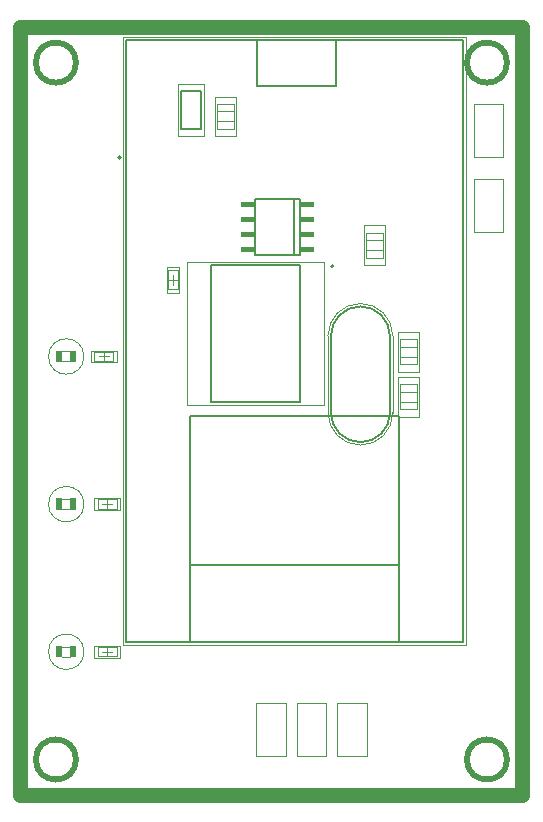
<source format=gko>
G04*
G04 #@! TF.GenerationSoftware,Altium Limited,Altium Designer,21.0.9 (235)*
G04*
G04 Layer_Color=16711935*
%FSLAX25Y25*%
%MOIN*%
G70*
G04*
G04 #@! TF.SameCoordinates,A9A079C1-7CC1-46CE-92A7-F05A66FF1BB4*
G04*
G04*
G04 #@! TF.FilePolarity,Positive*
G04*
G01*
G75*
%ADD10C,0.00787*%
%ADD12C,0.00500*%
%ADD13C,0.00050*%
%ADD14C,0.00000*%
%ADD15C,0.00394*%
%ADD16C,0.00800*%
%ADD17C,0.00400*%
%ADD18C,0.00197*%
%ADD19C,0.00201*%
%ADD55C,0.01968*%
%ADD56C,0.05000*%
G36*
X97966Y-60062D02*
X93635D01*
Y-58132D01*
X97966D01*
Y-60062D01*
D02*
G37*
G36*
X77887D02*
X73556D01*
Y-58132D01*
X77887D01*
Y-60062D01*
D02*
G37*
G36*
X97966Y-65062D02*
X93635D01*
Y-63132D01*
X97966D01*
Y-65062D01*
D02*
G37*
G36*
X77887D02*
X73556D01*
Y-63132D01*
X77887D01*
Y-65062D01*
D02*
G37*
G36*
X97966Y-70062D02*
X93635D01*
Y-68132D01*
X97966D01*
Y-70062D01*
D02*
G37*
G36*
X77887D02*
X73556D01*
Y-68132D01*
X77887D01*
Y-70062D01*
D02*
G37*
G36*
X97966Y-75062D02*
X93635D01*
Y-73132D01*
X97966D01*
Y-75062D01*
D02*
G37*
G36*
X77887D02*
X73556D01*
Y-73132D01*
X77887D01*
Y-75062D01*
D02*
G37*
G36*
X18522Y-111612D02*
X16555D01*
Y-107868D01*
X18522D01*
Y-111612D01*
D02*
G37*
G36*
X13922Y-111613D02*
X11945D01*
Y-107868D01*
X13922D01*
Y-111613D01*
D02*
G37*
G36*
X18539Y-160825D02*
X16573D01*
Y-157081D01*
X18539D01*
Y-160825D01*
D02*
G37*
G36*
X13939Y-160826D02*
X11963D01*
Y-157081D01*
X13939D01*
Y-160826D01*
D02*
G37*
G36*
X18532Y-210037D02*
X16566D01*
Y-206294D01*
X18532D01*
Y-210037D01*
D02*
G37*
G36*
X13932Y-210038D02*
X11956D01*
Y-206294D01*
X13932D01*
Y-210038D01*
D02*
G37*
D10*
X33429Y-43417D02*
G03*
X33429Y-43417I-394J0D01*
G01*
X104383Y-79735D02*
G03*
X104383Y-79735I-394J0D01*
G01*
D12*
X103480Y-128492D02*
G03*
X113323Y-138335I9843J0D01*
G01*
D02*
G03*
X123165Y-128492I0J9843D01*
G01*
X113323Y-93059D02*
G03*
X103480Y-102902I0J-9843D01*
G01*
X123165D02*
G03*
X113323Y-93059I-9843J0D01*
G01*
X53476Y-21165D02*
X60169D01*
X53476Y-33999D02*
Y-21165D01*
Y-33999D02*
X60169D01*
Y-21165D01*
X103480Y-128492D02*
Y-102902D01*
X123165Y-128492D02*
Y-102902D01*
X35280Y-4205D02*
X78858D01*
X105280D01*
X147524D01*
X35280Y-204795D02*
Y-4205D01*
X147524Y-204795D02*
Y-4205D01*
X35280Y-204795D02*
X56421D01*
X126067D01*
X147524D01*
X56421D02*
Y-179244D01*
Y-129520D01*
X126067D01*
Y-179244D02*
Y-129520D01*
Y-204795D02*
Y-179244D01*
X56421D02*
X126067D01*
X105280Y-19520D02*
Y-4205D01*
X78858Y-19520D02*
X105280D01*
X78858D02*
Y-4205D01*
X63360Y-125030D02*
Y-79164D01*
X93281Y-125030D02*
Y-79164D01*
X63360Y-125030D02*
X93281D01*
X63360Y-79164D02*
X93281D01*
D13*
X162205Y-244094D02*
G03*
X162205Y-244094I-6693J0D01*
G01*
X18504Y-11811D02*
G03*
X18504Y-11811I-6693J0D01*
G01*
X21176Y-109759D02*
G03*
X21176Y-109759I-5906J0D01*
G01*
X162205Y-11811D02*
G03*
X162205Y-11811I-6693J0D01*
G01*
X18504Y-244094D02*
G03*
X18504Y-244094I-6693J0D01*
G01*
X21176Y-158971D02*
G03*
X21176Y-158971I-5906J0D01*
G01*
Y-208184D02*
G03*
X21176Y-208184I-5906J0D01*
G01*
X0Y-255906D02*
X167323D01*
X0Y0D02*
X167323D01*
X166323Y-255906D02*
Y0D01*
X0Y-255906D02*
Y0D01*
Y-255906D02*
Y-98425D01*
D14*
X115200Y-74400D02*
X120800D01*
Y-76900D02*
Y-74400D01*
X115200Y-76900D02*
Y-74400D01*
Y-71000D02*
X120800D01*
X115200D02*
Y-68500D01*
X120800Y-71000D02*
Y-68500D01*
X115200Y-74400D02*
Y-71000D01*
Y-68500D02*
X120800D01*
Y-74400D02*
Y-71000D01*
X115200Y-76900D02*
X120800D01*
X126523Y-109897D02*
X132123D01*
Y-112397D02*
Y-109897D01*
X126523Y-112397D02*
Y-109897D01*
Y-106497D02*
X132123D01*
X126523D02*
Y-103997D01*
X132123Y-106497D02*
Y-103997D01*
X126523Y-109897D02*
Y-106497D01*
Y-103997D02*
X132123D01*
Y-109897D02*
Y-106497D01*
X126523Y-112397D02*
X132123D01*
X126523Y-121497D02*
X132123D01*
X126523D02*
Y-118997D01*
X132123Y-121497D02*
Y-118997D01*
X126523Y-124897D02*
X132123D01*
Y-127397D02*
Y-124897D01*
X126523Y-127397D02*
Y-124897D01*
X132123D02*
Y-121497D01*
X126523Y-127397D02*
X132123D01*
X126523Y-124897D02*
Y-121497D01*
Y-118997D02*
X132123D01*
X65523Y-27997D02*
X71123D01*
X65523D02*
Y-25497D01*
X71123Y-27997D02*
Y-25497D01*
X65523Y-31397D02*
X71123D01*
Y-33897D02*
Y-31397D01*
X65523Y-33897D02*
Y-31397D01*
X71123D02*
Y-27997D01*
X65523Y-33897D02*
X71123D01*
X65523Y-31397D02*
Y-27997D01*
Y-25497D02*
X71123D01*
D15*
X24654Y-111333D02*
X30953D01*
X24654Y-108184D02*
X30953D01*
Y-111333D02*
Y-108184D01*
X24654Y-111333D02*
Y-108184D01*
X25736Y-160555D02*
X32035D01*
X25736Y-157405D02*
X32035D01*
Y-160555D02*
Y-157405D01*
X25736Y-160555D02*
Y-157405D01*
Y-209759D02*
X32035D01*
X25736Y-206609D02*
X32035D01*
Y-209759D02*
Y-206609D01*
X25736Y-209759D02*
Y-206609D01*
X49248Y-87347D02*
Y-81047D01*
X52398Y-87347D02*
Y-81047D01*
X49248D02*
X52398D01*
X49248Y-87347D02*
X52398D01*
X27803Y-111333D02*
Y-108184D01*
X26228Y-109759D02*
X29378D01*
X28886Y-160555D02*
Y-157405D01*
X27311Y-158980D02*
X30461D01*
X28886Y-209759D02*
Y-206609D01*
X27311Y-208184D02*
X30461D01*
X49248Y-84197D02*
X52398D01*
X50823Y-85772D02*
Y-82622D01*
D16*
X91273Y-76046D02*
Y-57148D01*
X78281Y-76046D02*
Y-57148D01*
X91273D01*
X93241D01*
Y-76046D02*
Y-57148D01*
X91273Y-76046D02*
X93241D01*
X78281D02*
X91273D01*
D17*
X13851Y-111408D02*
X16654D01*
X13851Y-108058D02*
X16654D01*
X13862Y-209833D02*
X16665D01*
X13862Y-206483D02*
X16665D01*
X13869Y-160621D02*
X16672D01*
X13869Y-157270D02*
X16672D01*
D18*
X102496Y-128492D02*
G03*
X113323Y-139319I10827J0D01*
G01*
D02*
G03*
X124150Y-128492I0J10827D01*
G01*
X113323Y-92075D02*
G03*
X102496Y-102902I0J-10827D01*
G01*
X124150D02*
G03*
X113323Y-92075I-10827J0D01*
G01*
X23472Y-111727D02*
X32134D01*
X23472Y-107790D02*
X32134D01*
Y-111727D02*
Y-107790D01*
X23472Y-111727D02*
Y-107790D01*
X24555Y-160949D02*
X33217D01*
X24555Y-157012D02*
X33217D01*
Y-160949D02*
Y-157012D01*
X24555Y-160949D02*
Y-157012D01*
Y-210152D02*
X33217D01*
X24555Y-206215D02*
X33217D01*
Y-210152D02*
Y-206215D01*
X24555Y-210152D02*
Y-206215D01*
X52445Y-18783D02*
X61201D01*
X52445Y-36381D02*
Y-18783D01*
Y-36381D02*
X61201D01*
Y-18783D01*
X102496Y-128492D02*
Y-102902D01*
X124150Y-128492D02*
Y-102902D01*
X151079Y-25642D02*
X160921D01*
Y-43358D02*
Y-25642D01*
X151079Y-43358D02*
X160921D01*
X151079D02*
Y-25642D01*
Y-50642D02*
X160921D01*
Y-68358D02*
Y-50642D01*
X151079Y-68358D02*
X160921D01*
X151079D02*
Y-50642D01*
X105579Y-242858D02*
X115421D01*
Y-225142D01*
X105579D02*
X115421D01*
X105579Y-242858D02*
Y-225142D01*
X92079Y-242858D02*
X101921D01*
Y-225142D01*
X92079D02*
X101921D01*
X92079Y-242858D02*
Y-225142D01*
X78579Y-242858D02*
X88421D01*
Y-225142D01*
X78579D02*
X88421D01*
X78579Y-242858D02*
Y-225142D01*
X34295Y-205780D02*
Y-3221D01*
Y-205780D02*
X148508D01*
Y-3221D01*
X34295D02*
X148508D01*
X55427Y-126014D02*
Y-78180D01*
X101214Y-126014D02*
Y-78180D01*
X55427Y-126014D02*
X101214D01*
X55427Y-78180D02*
X101214D01*
X48854Y-88528D02*
Y-79866D01*
X52791Y-88528D02*
Y-79866D01*
X48854D02*
X52791D01*
X48854Y-88528D02*
X52791D01*
D19*
X114496Y-66086D02*
X121622D01*
X114496Y-79275D02*
X121622D01*
X114496D02*
Y-66086D01*
X121622Y-79275D02*
Y-66086D01*
X125819Y-101583D02*
X132945D01*
X125819Y-114772D02*
X132945D01*
X125819D02*
Y-101583D01*
X132945Y-114772D02*
Y-101583D01*
X125701Y-129811D02*
X132827D01*
X125701Y-116622D02*
X132827D01*
Y-129811D02*
Y-116622D01*
X125701Y-129811D02*
Y-116622D01*
X64701Y-36311D02*
X71827D01*
X64701Y-23122D02*
X71827D01*
Y-36311D02*
Y-23122D01*
X64701Y-36311D02*
Y-23122D01*
D55*
X18504Y-244094D02*
G03*
X18504Y-244094I-6693J0D01*
G01*
X162205Y-11811D02*
G03*
X162205Y-11811I-6693J0D01*
G01*
Y-244094D02*
G03*
X162205Y-244094I-6693J0D01*
G01*
X18504Y-11811D02*
G03*
X18504Y-11811I-6693J0D01*
G01*
D56*
X0Y-0D02*
X167323Y0D01*
X-0Y-0D02*
X0Y-255906D01*
X167323Y0D02*
X167323Y-255906D01*
X0Y-255906D02*
X167323Y-255906D01*
M02*

</source>
